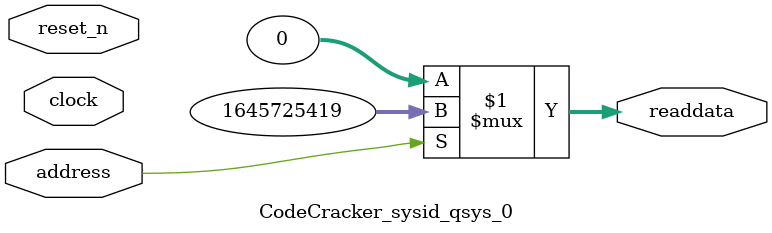
<source format=v>



// synthesis translate_off
`timescale 1ns / 1ps
// synthesis translate_on

// turn off superfluous verilog processor warnings 
// altera message_level Level1 
// altera message_off 10034 10035 10036 10037 10230 10240 10030 

module CodeCracker_sysid_qsys_0 (
               // inputs:
                address,
                clock,
                reset_n,

               // outputs:
                readdata
             )
;

  output  [ 31: 0] readdata;
  input            address;
  input            clock;
  input            reset_n;

  wire    [ 31: 0] readdata;
  //control_slave, which is an e_avalon_slave
  assign readdata = address ? 1645725419 : 0;

endmodule



</source>
